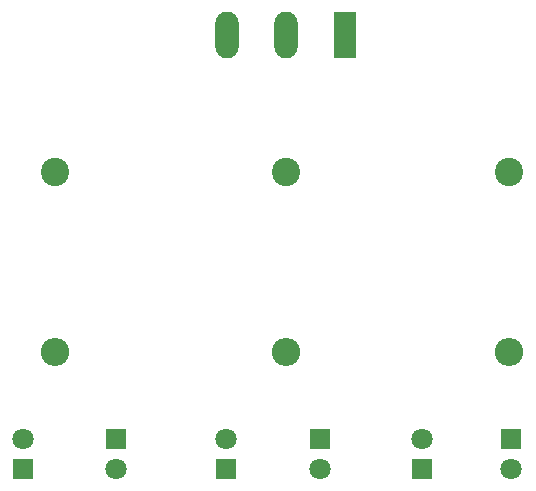
<source format=gbr>
%TF.GenerationSoftware,KiCad,Pcbnew,7.0.1*%
%TF.CreationDate,2023-07-30T20:59:50+03:00*%
%TF.ProjectId,Led.R+G,4c65642e-522b-4472-9e6b-696361645f70,rev?*%
%TF.SameCoordinates,Original*%
%TF.FileFunction,Soldermask,Bot*%
%TF.FilePolarity,Negative*%
%FSLAX46Y46*%
G04 Gerber Fmt 4.6, Leading zero omitted, Abs format (unit mm)*
G04 Created by KiCad (PCBNEW 7.0.1) date 2023-07-30 20:59:50*
%MOMM*%
%LPD*%
G01*
G04 APERTURE LIST*
%ADD10C,2.400000*%
%ADD11O,2.400000X2.400000*%
%ADD12R,1.800000X1.800000*%
%ADD13C,1.800000*%
%ADD14R,1.980000X3.960000*%
%ADD15O,1.980000X3.960000*%
G04 APERTURE END LIST*
D10*
%TO.C,R3*%
X56642000Y-71374000D03*
D11*
X56642000Y-86614000D03*
%TD*%
D12*
%TO.C,D4*%
X71120000Y-96525000D03*
D13*
X71120000Y-93985000D03*
%TD*%
D12*
%TO.C,D2*%
X87757000Y-96525000D03*
D13*
X87757000Y-93985000D03*
%TD*%
D10*
%TO.C,R1*%
X95123000Y-71374000D03*
D11*
X95123000Y-86614000D03*
%TD*%
D14*
%TO.C,J1*%
X81241000Y-59807000D03*
D15*
X76241000Y-59807000D03*
X71241000Y-59807000D03*
%TD*%
D12*
%TO.C,D5*%
X61849000Y-93975000D03*
D13*
X61849000Y-96515000D03*
%TD*%
D12*
%TO.C,D6*%
X53975000Y-96525000D03*
D13*
X53975000Y-93985000D03*
%TD*%
D12*
%TO.C,D3*%
X79121000Y-93975000D03*
D13*
X79121000Y-96515000D03*
%TD*%
D10*
%TO.C,R2*%
X76200000Y-71374000D03*
D11*
X76200000Y-86614000D03*
%TD*%
D12*
%TO.C,D1*%
X95250000Y-93975000D03*
D13*
X95250000Y-96515000D03*
%TD*%
M02*

</source>
